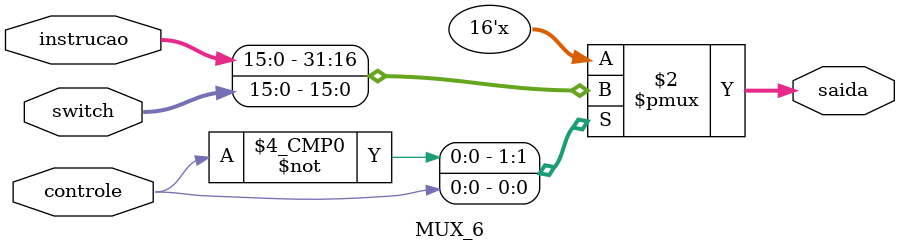
<source format=v>
module MUX_6 (instrucao, switch, saida, controle /*Controle MUX6*/);

	// input
	input [15:0] instrucao;
	input [15:0] switch;
	input controle;
	
	// output 
	output reg [15:0] saida;
	
	always @ (*) begin
		
		case(controle)
			1'b0: saida = instrucao;
			1'b1: saida = switch;
		endcase
	end
endmodule 
</source>
